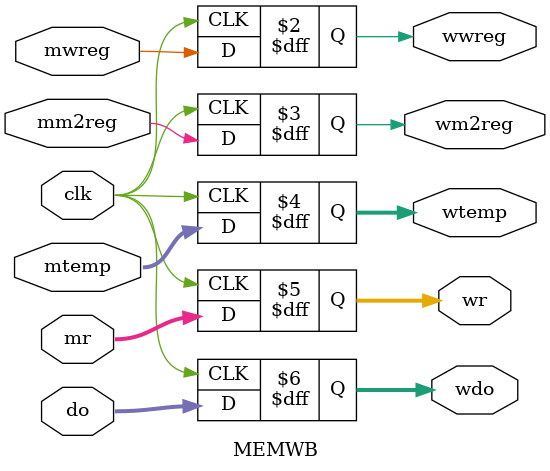
<source format=v>
`timescale 1ns / 1ps


module MEMWB(clk,mwreg,mm2reg,mtemp,mr,do,wwreg,wm2reg,wtemp,wr,wdo);
    input clk;
    input mwreg;
    input mm2reg;
    input [4:0] mtemp;
    input [31:0] mr;
    input [31:0] do;
    output reg wwreg;
    output reg wm2reg;
    output reg [4:0] wtemp;
    output reg [31:0] wr;
    output reg [31:0] wdo;
    always @(posedge clk) begin
    wwreg <= mwreg;
    wm2reg <= mm2reg;
    wtemp <= mtemp;
    wr <= mr;
    wdo <= do;
    end
endmodule

</source>
